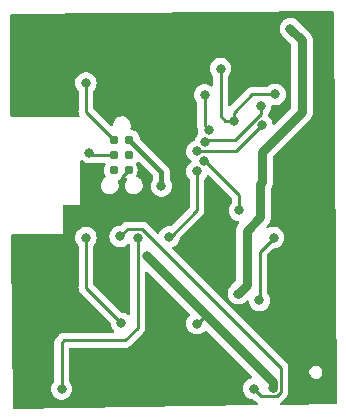
<source format=gbr>
%TF.GenerationSoftware,KiCad,Pcbnew,7.0.6-0*%
%TF.CreationDate,2023-08-07T16:34:56-06:00*%
%TF.ProjectId,VibeLight,56696265-4c69-4676-9874-2e6b69636164,rev?*%
%TF.SameCoordinates,Original*%
%TF.FileFunction,Copper,L2,Bot*%
%TF.FilePolarity,Positive*%
%FSLAX46Y46*%
G04 Gerber Fmt 4.6, Leading zero omitted, Abs format (unit mm)*
G04 Created by KiCad (PCBNEW 7.0.6-0) date 2023-08-07 16:34:56*
%MOMM*%
%LPD*%
G01*
G04 APERTURE LIST*
%TA.AperFunction,ConnectorPad*%
%ADD10C,0.787400*%
%TD*%
%TA.AperFunction,ViaPad*%
%ADD11C,0.800000*%
%TD*%
%TA.AperFunction,Conductor*%
%ADD12C,0.250000*%
%TD*%
%TA.AperFunction,Conductor*%
%ADD13C,0.800000*%
%TD*%
%TA.AperFunction,Conductor*%
%ADD14C,0.400000*%
%TD*%
G04 APERTURE END LIST*
D10*
%TO.P,J1,1,VCC*%
%TO.N,+3V3*%
X28185000Y-30255000D03*
%TO.P,J1,2,SWDIO*%
%TO.N,/MCU/SWDIO*%
X26915000Y-30255000D03*
%TO.P,J1,3,~{RESET}*%
%TO.N,unconnected-(J1-~{RESET}-Pad3)*%
X28185000Y-31525000D03*
%TO.P,J1,4,SWCLK*%
%TO.N,/MCU/SWCLK*%
X26915000Y-31525000D03*
%TO.P,J1,5,GND*%
%TO.N,GND*%
X28185000Y-32795000D03*
%TO.P,J1,6,SWO*%
%TO.N,unconnected-(J1-SWO-Pad6)*%
X26915000Y-32795000D03*
%TD*%
D11*
%TO.N,/Audio Input/FIL*%
X33900000Y-32900000D03*
X31550000Y-38437701D03*
%TO.N,GND*%
X38850000Y-45750000D03*
X21000000Y-20400000D03*
X26600000Y-20500000D03*
X33123045Y-25641866D03*
X23100000Y-38500000D03*
X42400000Y-41600000D03*
X27450000Y-50750000D03*
X24725000Y-33200000D03*
X30450000Y-29050000D03*
X40625000Y-35000000D03*
X31000000Y-46350000D03*
X36300000Y-41800000D03*
X20050000Y-42700000D03*
X27575000Y-35300000D03*
X34700000Y-22000000D03*
X35000000Y-40550000D03*
X34500000Y-51550000D03*
X19300000Y-24350000D03*
X44225000Y-30100000D03*
X39300000Y-23500000D03*
X44350000Y-23100000D03*
X29950000Y-35250000D03*
X43850000Y-48275000D03*
%TO.N,/Audio Input/RAW*%
X34500000Y-32000000D03*
X37500000Y-36200000D03*
%TO.N,+3V3*%
X39400000Y-33800000D03*
X41812500Y-20800000D03*
X40300000Y-51200000D03*
X29700000Y-40100000D03*
X37400000Y-43250000D03*
X33900000Y-45800000D03*
X30900000Y-34150000D03*
%TO.N,/SDA*%
X34900000Y-29400000D03*
X34550000Y-26424500D03*
%TO.N,/MCU/ACC_INT1*%
X34600000Y-30400000D03*
X39300000Y-27400000D03*
%TO.N,/MCU/ACC_INT2*%
X33900000Y-31200000D03*
X39400000Y-29000000D03*
%TO.N,/SCL*%
X40525000Y-26375000D03*
X37000000Y-28600000D03*
X35900000Y-24200000D03*
%TO.N,/MCU/Intensity_Dial*%
X38700000Y-51300000D03*
X27400000Y-38400000D03*
%TO.N,/CNTRL*%
X24500000Y-38500000D03*
X27500000Y-45749500D03*
%TO.N,Net-(OP-AMP1-+)*%
X40400000Y-38500000D03*
X39187500Y-43825000D03*
%TO.N,/MCU/SWDIO*%
X24500000Y-25400000D03*
%TO.N,Net-(MCU1-SIO_31{slash}AIN7)*%
X28900000Y-38500000D03*
X22450000Y-51325000D03*
%TO.N,/MCU/SWCLK*%
X24800000Y-31300000D03*
%TD*%
D12*
%TO.N,/SCL*%
X40525000Y-26375000D02*
X38575000Y-26375000D01*
X38575000Y-26375000D02*
X37000000Y-27950000D01*
X37000000Y-27950000D02*
X37000000Y-28600000D01*
%TO.N,Net-(MCU1-SIO_31{slash}AIN7)*%
X22450000Y-51325000D02*
X22450000Y-47400000D01*
X22450000Y-47400000D02*
X22650000Y-47200000D01*
X27825000Y-47200000D02*
X28900000Y-46125000D01*
X22650000Y-47200000D02*
X27825000Y-47200000D01*
X28900000Y-46125000D02*
X28900000Y-38500000D01*
%TO.N,/Audio Input/FIL*%
X33900000Y-36200000D02*
X33900000Y-32900000D01*
X31550000Y-38437701D02*
X31662299Y-38437701D01*
X31662299Y-38437701D02*
X33900000Y-36200000D01*
D13*
%TO.N,+3V3*%
X37400000Y-43250000D02*
X38100000Y-42550000D01*
X38100000Y-42550000D02*
X38100000Y-37950000D01*
X38100000Y-37950000D02*
X39250000Y-36800000D01*
X39250000Y-33950000D02*
X39400000Y-33800000D01*
X39250000Y-36800000D02*
X39250000Y-33950000D01*
X41812500Y-20800000D02*
X42800000Y-21787500D01*
X42800000Y-21787500D02*
X42800000Y-27875000D01*
X39425000Y-31250000D02*
X39425000Y-33775000D01*
X42800000Y-27875000D02*
X39425000Y-31250000D01*
X39425000Y-33775000D02*
X39400000Y-33800000D01*
D12*
%TO.N,GND*%
X28185000Y-32795000D02*
X27575000Y-33405000D01*
X36300000Y-41800000D02*
X35050000Y-40550000D01*
X27575000Y-33405000D02*
X27575000Y-35300000D01*
X35050000Y-40550000D02*
X35000000Y-40550000D01*
%TO.N,/Audio Input/RAW*%
X37500000Y-34900000D02*
X37500000Y-36200000D01*
X34600000Y-32000000D02*
X37500000Y-34900000D01*
X34500000Y-32000000D02*
X34600000Y-32000000D01*
%TO.N,+3V3*%
X33900000Y-45800000D02*
X34650000Y-45050000D01*
D13*
X29700000Y-40100000D02*
X34650000Y-45050000D01*
D14*
X30900000Y-32970000D02*
X28185000Y-30255000D01*
D13*
X34650000Y-45050000D02*
X40300000Y-50700000D01*
D14*
X30900000Y-34150000D02*
X30900000Y-32970000D01*
D13*
X40300000Y-50700000D02*
X40300000Y-51200000D01*
D12*
%TO.N,/SDA*%
X34550000Y-29050000D02*
X34900000Y-29400000D01*
X34550000Y-26424500D02*
X34550000Y-29050000D01*
%TO.N,/MCU/ACC_INT1*%
X39300000Y-28027625D02*
X37126858Y-30200767D01*
X39300000Y-27400000D02*
X39300000Y-28027625D01*
X37126858Y-30200767D02*
X34799233Y-30200767D01*
X34799233Y-30200767D02*
X34600000Y-30400000D01*
%TO.N,/MCU/ACC_INT2*%
X39400000Y-29000000D02*
X37200000Y-31200000D01*
X37200000Y-31200000D02*
X33900000Y-31200000D01*
%TO.N,/SCL*%
X36300000Y-28600000D02*
X37000000Y-28600000D01*
X35900000Y-28100000D02*
X35900000Y-28200000D01*
X35900000Y-24200000D02*
X35900000Y-28100000D01*
X35900000Y-28200000D02*
X36300000Y-28600000D01*
%TO.N,/MCU/Intensity_Dial*%
X27400000Y-38400000D02*
X28025000Y-37775000D01*
X29275000Y-37775000D02*
X41025000Y-49525000D01*
X39325000Y-51925000D02*
X38700000Y-51300000D01*
X40650000Y-51925000D02*
X39325000Y-51925000D01*
X41025000Y-49525000D02*
X41025000Y-51550000D01*
X41025000Y-51550000D02*
X40650000Y-51925000D01*
X28025000Y-37775000D02*
X29275000Y-37775000D01*
%TO.N,/CNTRL*%
X27500000Y-45749500D02*
X24500000Y-42749500D01*
X24500000Y-42749500D02*
X24500000Y-38500000D01*
%TO.N,Net-(OP-AMP1-+)*%
X39200000Y-39700000D02*
X40400000Y-38500000D01*
X39187500Y-43825000D02*
X39200000Y-43812500D01*
X39200000Y-43812500D02*
X39200000Y-39700000D01*
%TO.N,/MCU/SWDIO*%
X26915000Y-30255000D02*
X24500000Y-27840000D01*
X24500000Y-27840000D02*
X24500000Y-25400000D01*
%TO.N,/MCU/SWCLK*%
X25025000Y-31525000D02*
X24800000Y-31300000D01*
X26915000Y-31525000D02*
X25025000Y-31525000D01*
%TD*%
%TA.AperFunction,Conductor*%
%TO.N,GND*%
G36*
X45442927Y-19345257D02*
G01*
X45489209Y-19397600D01*
X45500933Y-19449307D01*
X45749074Y-52476763D01*
X45729893Y-52543949D01*
X45677434Y-52590099D01*
X45626771Y-52601683D01*
X41084587Y-52663735D01*
X41017285Y-52644968D01*
X40970813Y-52592794D01*
X40959926Y-52523778D01*
X40988080Y-52459832D01*
X41019772Y-52433014D01*
X41036420Y-52423170D01*
X41050586Y-52409003D01*
X41065381Y-52396368D01*
X41081584Y-52384596D01*
X41081583Y-52384596D01*
X41081587Y-52384594D01*
X41111299Y-52348676D01*
X41115211Y-52344378D01*
X41408785Y-52050803D01*
X41421041Y-52040987D01*
X41420858Y-52040765D01*
X41426875Y-52035787D01*
X41426874Y-52035787D01*
X41426877Y-52035786D01*
X41451251Y-52009829D01*
X41474227Y-51985364D01*
X41484671Y-51974918D01*
X41495120Y-51964471D01*
X41499379Y-51958978D01*
X41503152Y-51954561D01*
X41535062Y-51920582D01*
X41544713Y-51903024D01*
X41555396Y-51886761D01*
X41567673Y-51870936D01*
X41586185Y-51828153D01*
X41588738Y-51822941D01*
X41611197Y-51782092D01*
X41616180Y-51762680D01*
X41622481Y-51744280D01*
X41630437Y-51725896D01*
X41637729Y-51679852D01*
X41638906Y-51674171D01*
X41650500Y-51629019D01*
X41650500Y-51608982D01*
X41652027Y-51589582D01*
X41655160Y-51569804D01*
X41650775Y-51523415D01*
X41650500Y-51517577D01*
X41650500Y-49941103D01*
X43417438Y-49941103D01*
X43448224Y-50089260D01*
X43448226Y-50089265D01*
X43448227Y-50089267D01*
X43517848Y-50223629D01*
X43517850Y-50223631D01*
X43517851Y-50223633D01*
X43621137Y-50334225D01*
X43621139Y-50334226D01*
X43750437Y-50412854D01*
X43896154Y-50453682D01*
X43896155Y-50453682D01*
X44009478Y-50453682D01*
X44037542Y-50449824D01*
X44121739Y-50438252D01*
X44231673Y-50390500D01*
X44260535Y-50377964D01*
X44260535Y-50377963D01*
X44260539Y-50377962D01*
X44377927Y-50282460D01*
X44465196Y-50158829D01*
X44472074Y-50139475D01*
X44515872Y-50016242D01*
X44515872Y-50016240D01*
X44515873Y-50016238D01*
X44526200Y-49865261D01*
X44510587Y-49790126D01*
X44495413Y-49717103D01*
X44495411Y-49717100D01*
X44495411Y-49717097D01*
X44425790Y-49582735D01*
X44425786Y-49582731D01*
X44425786Y-49582730D01*
X44322500Y-49472138D01*
X44215624Y-49407146D01*
X44193201Y-49393510D01*
X44047484Y-49352682D01*
X43934161Y-49352682D01*
X43934160Y-49352682D01*
X43821901Y-49368111D01*
X43821898Y-49368112D01*
X43683102Y-49428399D01*
X43565708Y-49523906D01*
X43478442Y-49647534D01*
X43478440Y-49647537D01*
X43427765Y-49790121D01*
X43427765Y-49790124D01*
X43417438Y-49941100D01*
X43417438Y-49941103D01*
X41650500Y-49941103D01*
X41650500Y-49607737D01*
X41652224Y-49592123D01*
X41651938Y-49592096D01*
X41652672Y-49584333D01*
X41650500Y-49515202D01*
X41650500Y-49485651D01*
X41650500Y-49485650D01*
X41649629Y-49478759D01*
X41649172Y-49472945D01*
X41647709Y-49426374D01*
X41647709Y-49426372D01*
X41642120Y-49407137D01*
X41638174Y-49388084D01*
X41635664Y-49368208D01*
X41618501Y-49324859D01*
X41616614Y-49319346D01*
X41603617Y-49274610D01*
X41603616Y-49274608D01*
X41593421Y-49257369D01*
X41584860Y-49239893D01*
X41577486Y-49221269D01*
X41577486Y-49221267D01*
X41567474Y-49207488D01*
X41550083Y-49183550D01*
X41546900Y-49178705D01*
X41523170Y-49138579D01*
X41523165Y-49138573D01*
X41509005Y-49124413D01*
X41496370Y-49109620D01*
X41484593Y-49093412D01*
X41448693Y-49063713D01*
X41444381Y-49059790D01*
X31856103Y-39471512D01*
X31822618Y-39410189D01*
X31827602Y-39340497D01*
X31869474Y-39284564D01*
X31893340Y-39270555D01*
X32002730Y-39221852D01*
X32155871Y-39110589D01*
X32282533Y-38969917D01*
X32377179Y-38805985D01*
X32435674Y-38625957D01*
X32440132Y-38583535D01*
X32466714Y-38518924D01*
X32475762Y-38508827D01*
X34283788Y-36700801D01*
X34296042Y-36690986D01*
X34295859Y-36690764D01*
X34301866Y-36685792D01*
X34301877Y-36685786D01*
X34332775Y-36652882D01*
X34349227Y-36635364D01*
X34359671Y-36624918D01*
X34370120Y-36614471D01*
X34374379Y-36608978D01*
X34378152Y-36604561D01*
X34410062Y-36570582D01*
X34419713Y-36553024D01*
X34430396Y-36536761D01*
X34442673Y-36520936D01*
X34461185Y-36478153D01*
X34463738Y-36472941D01*
X34486197Y-36432092D01*
X34491180Y-36412680D01*
X34497481Y-36394280D01*
X34505437Y-36375896D01*
X34512729Y-36329852D01*
X34513906Y-36324171D01*
X34525500Y-36279019D01*
X34525500Y-36258982D01*
X34527027Y-36239582D01*
X34530160Y-36219804D01*
X34525775Y-36173415D01*
X34525500Y-36167577D01*
X34525500Y-33598687D01*
X34545185Y-33531648D01*
X34557350Y-33515715D01*
X34583392Y-33486792D01*
X34632533Y-33432216D01*
X34727179Y-33268284D01*
X34727552Y-33267134D01*
X34727948Y-33266554D01*
X34729825Y-33262341D01*
X34730594Y-33262683D01*
X34766979Y-33209457D01*
X34831334Y-33182249D01*
X34900182Y-33194153D01*
X34933168Y-33217758D01*
X36838181Y-35122771D01*
X36871666Y-35184094D01*
X36874500Y-35210452D01*
X36874500Y-35501312D01*
X36854815Y-35568351D01*
X36842650Y-35584284D01*
X36767466Y-35667784D01*
X36672821Y-35831715D01*
X36672818Y-35831722D01*
X36632248Y-35956585D01*
X36614326Y-36011744D01*
X36594540Y-36200000D01*
X36614326Y-36388256D01*
X36614327Y-36388259D01*
X36672818Y-36568277D01*
X36672821Y-36568284D01*
X36767467Y-36732216D01*
X36890686Y-36869064D01*
X36894129Y-36872888D01*
X37047265Y-36984148D01*
X37047270Y-36984151D01*
X37220192Y-37061142D01*
X37220193Y-37061142D01*
X37220197Y-37061144D01*
X37403263Y-37100055D01*
X37464744Y-37133247D01*
X37498521Y-37194410D01*
X37493869Y-37264124D01*
X37469633Y-37304316D01*
X37459648Y-37315406D01*
X37447650Y-37328730D01*
X37445435Y-37331064D01*
X37429891Y-37346609D01*
X37429875Y-37346627D01*
X37416039Y-37363710D01*
X37413936Y-37366172D01*
X37367469Y-37417781D01*
X37367466Y-37417785D01*
X37360458Y-37429923D01*
X37349444Y-37445948D01*
X37340626Y-37456837D01*
X37340616Y-37456853D01*
X37309082Y-37518740D01*
X37307533Y-37521592D01*
X37272821Y-37581713D01*
X37268487Y-37595053D01*
X37261045Y-37613018D01*
X37254680Y-37625512D01*
X37236706Y-37692584D01*
X37235785Y-37695692D01*
X37214326Y-37761742D01*
X37214325Y-37761745D01*
X37212860Y-37775686D01*
X37209315Y-37794812D01*
X37205686Y-37808352D01*
X37202051Y-37877710D01*
X37201797Y-37880941D01*
X37199500Y-37902810D01*
X37199500Y-37924797D01*
X37199415Y-37928042D01*
X37195781Y-37997387D01*
X37197973Y-38011225D01*
X37199500Y-38030626D01*
X37199500Y-42125638D01*
X37179815Y-42192677D01*
X37163181Y-42213319D01*
X36820263Y-42556236D01*
X36805474Y-42568869D01*
X36794126Y-42577114D01*
X36747666Y-42628713D01*
X36745435Y-42631065D01*
X36729890Y-42646610D01*
X36729875Y-42646627D01*
X36716039Y-42663710D01*
X36713936Y-42666172D01*
X36667469Y-42717781D01*
X36667466Y-42717785D01*
X36660458Y-42729923D01*
X36649444Y-42745948D01*
X36640626Y-42756837D01*
X36640616Y-42756853D01*
X36609082Y-42818740D01*
X36607533Y-42821592D01*
X36572821Y-42881713D01*
X36568487Y-42895053D01*
X36561045Y-42913020D01*
X36554680Y-42925512D01*
X36536706Y-42992584D01*
X36535785Y-42995692D01*
X36514326Y-43061742D01*
X36514325Y-43061745D01*
X36512860Y-43075686D01*
X36509315Y-43094812D01*
X36505686Y-43108352D01*
X36502052Y-43177704D01*
X36501798Y-43180927D01*
X36498661Y-43210788D01*
X36494540Y-43250001D01*
X36494540Y-43250002D01*
X36496005Y-43263945D01*
X36496514Y-43283389D01*
X36495780Y-43297386D01*
X36495780Y-43297387D01*
X36506641Y-43365969D01*
X36507065Y-43369185D01*
X36514325Y-43438249D01*
X36514326Y-43438255D01*
X36518661Y-43451599D01*
X36523199Y-43470504D01*
X36525392Y-43484348D01*
X36525394Y-43484354D01*
X36550272Y-43549163D01*
X36551355Y-43552222D01*
X36572820Y-43618283D01*
X36579827Y-43630418D01*
X36588206Y-43647985D01*
X36593227Y-43661067D01*
X36631048Y-43719307D01*
X36632743Y-43722074D01*
X36667467Y-43782216D01*
X36667469Y-43782218D01*
X36667470Y-43782220D01*
X36676848Y-43792635D01*
X36688697Y-43808077D01*
X36696326Y-43819826D01*
X36745422Y-43868921D01*
X36747657Y-43871276D01*
X36794129Y-43922888D01*
X36805468Y-43931126D01*
X36820265Y-43943764D01*
X36830176Y-43953675D01*
X36888415Y-43991496D01*
X36891074Y-43993322D01*
X36947270Y-44034151D01*
X36959418Y-44039559D01*
X36960073Y-44039851D01*
X36977174Y-44049137D01*
X36988925Y-44056768D01*
X36988930Y-44056771D01*
X37003582Y-44062395D01*
X37053759Y-44081656D01*
X37056742Y-44082891D01*
X37120197Y-44111144D01*
X37133918Y-44114060D01*
X37152564Y-44119583D01*
X37165650Y-44124607D01*
X37234258Y-44135472D01*
X37237391Y-44136053D01*
X37305354Y-44150500D01*
X37319373Y-44150500D01*
X37338772Y-44152027D01*
X37352612Y-44154219D01*
X37421959Y-44150584D01*
X37425203Y-44150500D01*
X37494643Y-44150500D01*
X37494646Y-44150500D01*
X37508359Y-44147584D01*
X37527647Y-44145046D01*
X37541646Y-44144313D01*
X37608754Y-44126330D01*
X37611862Y-44125584D01*
X37679803Y-44111144D01*
X37692604Y-44105443D01*
X37710954Y-44098946D01*
X37710964Y-44098943D01*
X37724488Y-44095320D01*
X37786386Y-44063780D01*
X37789292Y-44062395D01*
X37790686Y-44061774D01*
X37852730Y-44034151D01*
X37864059Y-44025918D01*
X37880656Y-44015747D01*
X37893149Y-44009383D01*
X37947134Y-43965664D01*
X37949678Y-43963712D01*
X38005871Y-43922888D01*
X38052357Y-43871258D01*
X38054558Y-43868939D01*
X38080758Y-43842739D01*
X38142079Y-43809256D01*
X38211771Y-43814240D01*
X38267704Y-43856112D01*
X38291757Y-43917458D01*
X38301826Y-44013256D01*
X38301827Y-44013259D01*
X38360318Y-44193277D01*
X38360321Y-44193284D01*
X38454967Y-44357216D01*
X38581629Y-44497888D01*
X38734765Y-44609148D01*
X38734770Y-44609151D01*
X38907692Y-44686142D01*
X38907697Y-44686144D01*
X39092854Y-44725500D01*
X39092855Y-44725500D01*
X39282144Y-44725500D01*
X39282146Y-44725500D01*
X39467303Y-44686144D01*
X39640230Y-44609151D01*
X39793371Y-44497888D01*
X39920033Y-44357216D01*
X40014679Y-44193284D01*
X40073174Y-44013256D01*
X40092960Y-43825000D01*
X40073174Y-43636744D01*
X40014679Y-43456716D01*
X39920033Y-43292784D01*
X39857350Y-43223167D01*
X39827120Y-43160175D01*
X39825500Y-43140195D01*
X39825500Y-40010452D01*
X39845185Y-39943413D01*
X39861819Y-39922771D01*
X40347772Y-39436819D01*
X40409095Y-39403334D01*
X40435453Y-39400500D01*
X40494644Y-39400500D01*
X40494646Y-39400500D01*
X40679803Y-39361144D01*
X40852730Y-39284151D01*
X41005871Y-39172888D01*
X41132533Y-39032216D01*
X41227179Y-38868284D01*
X41285674Y-38688256D01*
X41305460Y-38500000D01*
X41285674Y-38311744D01*
X41227179Y-38131716D01*
X41132533Y-37967784D01*
X41005871Y-37827112D01*
X40961414Y-37794812D01*
X40852734Y-37715851D01*
X40852729Y-37715848D01*
X40679807Y-37638857D01*
X40679802Y-37638855D01*
X40517355Y-37604327D01*
X40494646Y-37599500D01*
X40305354Y-37599500D01*
X40282645Y-37604327D01*
X40120197Y-37638855D01*
X40120192Y-37638857D01*
X39946291Y-37716284D01*
X39877041Y-37725569D01*
X39813764Y-37695941D01*
X39776551Y-37636806D01*
X39777216Y-37566940D01*
X39808172Y-37515326D01*
X39829742Y-37493756D01*
X39844525Y-37481130D01*
X39855871Y-37472888D01*
X39902339Y-37421278D01*
X39904540Y-37418958D01*
X39920120Y-37403380D01*
X39933975Y-37386268D01*
X39936054Y-37383834D01*
X39982533Y-37332216D01*
X39989537Y-37320083D01*
X40000563Y-37304041D01*
X40009383Y-37293149D01*
X40017554Y-37277112D01*
X40040919Y-37231254D01*
X40042452Y-37228432D01*
X40045869Y-37222514D01*
X40077179Y-37168284D01*
X40081510Y-37154951D01*
X40088955Y-37136976D01*
X40095320Y-37124487D01*
X40113298Y-37057390D01*
X40114213Y-37054304D01*
X40135674Y-36988255D01*
X40137139Y-36974317D01*
X40140687Y-36955175D01*
X40144313Y-36941645D01*
X40147947Y-36872281D01*
X40148201Y-36869064D01*
X40150499Y-36847199D01*
X40150500Y-36847191D01*
X40150500Y-36825201D01*
X40150585Y-36821956D01*
X40154219Y-36752612D01*
X40152027Y-36738772D01*
X40150500Y-36719373D01*
X40150500Y-34353900D01*
X40170185Y-34286861D01*
X40178136Y-34275862D01*
X40184383Y-34268149D01*
X40215934Y-34206222D01*
X40217425Y-34203476D01*
X40252179Y-34143284D01*
X40256509Y-34129956D01*
X40263960Y-34111969D01*
X40270319Y-34099490D01*
X40270320Y-34099488D01*
X40288297Y-34032390D01*
X40289201Y-34029337D01*
X40310674Y-33963256D01*
X40312139Y-33949307D01*
X40315684Y-33930183D01*
X40319312Y-33916646D01*
X40322947Y-33847284D01*
X40323200Y-33844071D01*
X40325500Y-33822192D01*
X40325500Y-33800196D01*
X40325585Y-33796950D01*
X40326383Y-33781716D01*
X40329219Y-33727612D01*
X40327027Y-33713772D01*
X40325500Y-33694373D01*
X40325500Y-31674361D01*
X40345185Y-31607322D01*
X40361819Y-31586680D01*
X41839454Y-30109045D01*
X43379742Y-28568756D01*
X43394525Y-28556130D01*
X43405871Y-28547888D01*
X43452339Y-28496278D01*
X43454540Y-28493958D01*
X43470120Y-28478380D01*
X43483975Y-28461268D01*
X43486054Y-28458834D01*
X43532533Y-28407216D01*
X43539537Y-28395083D01*
X43550563Y-28379041D01*
X43559382Y-28368150D01*
X43564732Y-28357651D01*
X43590919Y-28306252D01*
X43592442Y-28303447D01*
X43627179Y-28243284D01*
X43631509Y-28229956D01*
X43638960Y-28211969D01*
X43645319Y-28199489D01*
X43645320Y-28199488D01*
X43663296Y-28132397D01*
X43664214Y-28129301D01*
X43665578Y-28125103D01*
X43685674Y-28063256D01*
X43687138Y-28049317D01*
X43690687Y-28030175D01*
X43692816Y-28022231D01*
X43694313Y-28016645D01*
X43697947Y-27947281D01*
X43698201Y-27944064D01*
X43699446Y-27932216D01*
X43700500Y-27922192D01*
X43700500Y-27900201D01*
X43700585Y-27896956D01*
X43701507Y-27879360D01*
X43704219Y-27827612D01*
X43702027Y-27813772D01*
X43700500Y-27794373D01*
X43700500Y-21868126D01*
X43702027Y-21848725D01*
X43704219Y-21834888D01*
X43700584Y-21765540D01*
X43700500Y-21762297D01*
X43700500Y-21740309D01*
X43700499Y-21740300D01*
X43698201Y-21718436D01*
X43697947Y-21715220D01*
X43694313Y-21645855D01*
X43690685Y-21632314D01*
X43687139Y-21613188D01*
X43685674Y-21599244D01*
X43664209Y-21533182D01*
X43663296Y-21530101D01*
X43645320Y-21463012D01*
X43638956Y-21450522D01*
X43631511Y-21432550D01*
X43627179Y-21419216D01*
X43592453Y-21359069D01*
X43590903Y-21356214D01*
X43559383Y-21294351D01*
X43550557Y-21283452D01*
X43539540Y-21267420D01*
X43537065Y-21263133D01*
X43532533Y-21255284D01*
X43506514Y-21226387D01*
X43486058Y-21203668D01*
X43483964Y-21201216D01*
X43470120Y-21184120D01*
X43454568Y-21168568D01*
X43452348Y-21166230D01*
X43405871Y-21114612D01*
X43405869Y-21114610D01*
X43394529Y-21106371D01*
X43379736Y-21093736D01*
X42467076Y-20181077D01*
X42464856Y-20178739D01*
X42418371Y-20127112D01*
X42389647Y-20106243D01*
X42362198Y-20086300D01*
X42359622Y-20084324D01*
X42326644Y-20057619D01*
X42305649Y-20040617D01*
X42305014Y-20040293D01*
X42293152Y-20034249D01*
X42276568Y-20024086D01*
X42265229Y-20015848D01*
X42201806Y-19987610D01*
X42198877Y-19986213D01*
X42136987Y-19954679D01*
X42123450Y-19951052D01*
X42105105Y-19944556D01*
X42092303Y-19938855D01*
X42024381Y-19924418D01*
X42021226Y-19923660D01*
X41954145Y-19905686D01*
X41954147Y-19905686D01*
X41940138Y-19904952D01*
X41920857Y-19902413D01*
X41907150Y-19899500D01*
X41907146Y-19899500D01*
X41837703Y-19899500D01*
X41834459Y-19899415D01*
X41765112Y-19895781D01*
X41765111Y-19895781D01*
X41751272Y-19897973D01*
X41731873Y-19899500D01*
X41717854Y-19899500D01*
X41653209Y-19913240D01*
X41649922Y-19913939D01*
X41646731Y-19914530D01*
X41578158Y-19925391D01*
X41578145Y-19925394D01*
X41565056Y-19930418D01*
X41546418Y-19935938D01*
X41532702Y-19938854D01*
X41532694Y-19938856D01*
X41469253Y-19967102D01*
X41466255Y-19968344D01*
X41401432Y-19993228D01*
X41401426Y-19993231D01*
X41389672Y-20000864D01*
X41372585Y-20010142D01*
X41359774Y-20015846D01*
X41359766Y-20015851D01*
X41303582Y-20056670D01*
X41300909Y-20058507D01*
X41242677Y-20096323D01*
X41242676Y-20096323D01*
X41232756Y-20106243D01*
X41217972Y-20118870D01*
X41206629Y-20127111D01*
X41206626Y-20127114D01*
X41160157Y-20178722D01*
X41157924Y-20181076D01*
X41108823Y-20230178D01*
X41101187Y-20241936D01*
X41089350Y-20257361D01*
X41079973Y-20267775D01*
X41079965Y-20267786D01*
X41045246Y-20327920D01*
X41043551Y-20330685D01*
X41005728Y-20388929D01*
X41005728Y-20388930D01*
X41000704Y-20402018D01*
X40992332Y-20419571D01*
X40985319Y-20431717D01*
X40963853Y-20497783D01*
X40962770Y-20500842D01*
X40937894Y-20565645D01*
X40937892Y-20565650D01*
X40935699Y-20579496D01*
X40931160Y-20598402D01*
X40926825Y-20611743D01*
X40919565Y-20680816D01*
X40919141Y-20684033D01*
X40908281Y-20752611D01*
X40909014Y-20766610D01*
X40908505Y-20786053D01*
X40907040Y-20799996D01*
X40907040Y-20799999D01*
X40914297Y-20869059D01*
X40914552Y-20872294D01*
X40918186Y-20941643D01*
X40918188Y-20941653D01*
X40921815Y-20955189D01*
X40925360Y-20974314D01*
X40926825Y-20988249D01*
X40926826Y-20988256D01*
X40926828Y-20988262D01*
X40948284Y-21054298D01*
X40949205Y-21057409D01*
X40967179Y-21124486D01*
X40967184Y-21124498D01*
X40973543Y-21136978D01*
X40980988Y-21154949D01*
X40985320Y-21168282D01*
X41020037Y-21228414D01*
X41021585Y-21231266D01*
X41033824Y-21255285D01*
X41053117Y-21293149D01*
X41053119Y-21293151D01*
X41053120Y-21293153D01*
X41061938Y-21304043D01*
X41072954Y-21320070D01*
X41079965Y-21332213D01*
X41079970Y-21332220D01*
X41126439Y-21383831D01*
X41128543Y-21386295D01*
X41142382Y-21403382D01*
X41157923Y-21418922D01*
X41160157Y-21421277D01*
X41206628Y-21472887D01*
X41217968Y-21481126D01*
X41232765Y-21493764D01*
X41863181Y-22124180D01*
X41896666Y-22185503D01*
X41899500Y-22211861D01*
X41899500Y-27450638D01*
X41879815Y-27517677D01*
X41863181Y-27538319D01*
X40498421Y-28903078D01*
X40437098Y-28936563D01*
X40367406Y-28931579D01*
X40311473Y-28889707D01*
X40287420Y-28828359D01*
X40285674Y-28811744D01*
X40227179Y-28631716D01*
X40132533Y-28467784D01*
X40005871Y-28327112D01*
X39987811Y-28313991D01*
X39959722Y-28293583D01*
X39917056Y-28238254D01*
X39910133Y-28173873D01*
X39912728Y-28157490D01*
X39913908Y-28151789D01*
X39925500Y-28106644D01*
X39925500Y-28098687D01*
X39945185Y-28031648D01*
X39957350Y-28015715D01*
X39975507Y-27995548D01*
X40032533Y-27932216D01*
X40127179Y-27768284D01*
X40185674Y-27588256D01*
X40205460Y-27400000D01*
X40204776Y-27393494D01*
X40217345Y-27324766D01*
X40265077Y-27273742D01*
X40332818Y-27256624D01*
X40353870Y-27259243D01*
X40430354Y-27275500D01*
X40430355Y-27275500D01*
X40619644Y-27275500D01*
X40619646Y-27275500D01*
X40804803Y-27236144D01*
X40977730Y-27159151D01*
X41130871Y-27047888D01*
X41257533Y-26907216D01*
X41352179Y-26743284D01*
X41410674Y-26563256D01*
X41430460Y-26375000D01*
X41410674Y-26186744D01*
X41352179Y-26006716D01*
X41257533Y-25842784D01*
X41130871Y-25702112D01*
X41130870Y-25702111D01*
X40977734Y-25590851D01*
X40977729Y-25590848D01*
X40804807Y-25513857D01*
X40804802Y-25513855D01*
X40659001Y-25482865D01*
X40619646Y-25474500D01*
X40430354Y-25474500D01*
X40397897Y-25481398D01*
X40245197Y-25513855D01*
X40245192Y-25513857D01*
X40072270Y-25590848D01*
X40072265Y-25590851D01*
X39919130Y-25702110D01*
X39919126Y-25702114D01*
X39913400Y-25708474D01*
X39853913Y-25745121D01*
X39821252Y-25749500D01*
X38657737Y-25749500D01*
X38642120Y-25747776D01*
X38642093Y-25748062D01*
X38634331Y-25747327D01*
X38565203Y-25749500D01*
X38535650Y-25749500D01*
X38534929Y-25749590D01*
X38528757Y-25750369D01*
X38522945Y-25750826D01*
X38476372Y-25752290D01*
X38476369Y-25752291D01*
X38457126Y-25757881D01*
X38438083Y-25761825D01*
X38418204Y-25764336D01*
X38418203Y-25764337D01*
X38374878Y-25781490D01*
X38369352Y-25783382D01*
X38324608Y-25796383D01*
X38324604Y-25796385D01*
X38307365Y-25806580D01*
X38289898Y-25815137D01*
X38271269Y-25822512D01*
X38271267Y-25822513D01*
X38233564Y-25849906D01*
X38228682Y-25853112D01*
X38188580Y-25876828D01*
X38174408Y-25891000D01*
X38159623Y-25903628D01*
X38143412Y-25915407D01*
X38113709Y-25951310D01*
X38109777Y-25955631D01*
X36737181Y-27328227D01*
X36675858Y-27361712D01*
X36606166Y-27356728D01*
X36550233Y-27314856D01*
X36525816Y-27249392D01*
X36525500Y-27240546D01*
X36525500Y-24898687D01*
X36545185Y-24831648D01*
X36557350Y-24815715D01*
X36575891Y-24795122D01*
X36632533Y-24732216D01*
X36727179Y-24568284D01*
X36785674Y-24388256D01*
X36805460Y-24200000D01*
X36785674Y-24011744D01*
X36727179Y-23831716D01*
X36632533Y-23667784D01*
X36505871Y-23527112D01*
X36505870Y-23527111D01*
X36352734Y-23415851D01*
X36352729Y-23415848D01*
X36179807Y-23338857D01*
X36179802Y-23338855D01*
X36034000Y-23307865D01*
X35994646Y-23299500D01*
X35805354Y-23299500D01*
X35772897Y-23306398D01*
X35620197Y-23338855D01*
X35620192Y-23338857D01*
X35447270Y-23415848D01*
X35447265Y-23415851D01*
X35294129Y-23527111D01*
X35167466Y-23667785D01*
X35072821Y-23831715D01*
X35072818Y-23831722D01*
X35014327Y-24011740D01*
X35014326Y-24011744D01*
X34994540Y-24200000D01*
X35014326Y-24388256D01*
X35014327Y-24388259D01*
X35072818Y-24568277D01*
X35072821Y-24568284D01*
X35167467Y-24732216D01*
X35210772Y-24780310D01*
X35242650Y-24815715D01*
X35272880Y-24878706D01*
X35274500Y-24898687D01*
X35274500Y-25594437D01*
X35254815Y-25661476D01*
X35202011Y-25707231D01*
X35132853Y-25717175D01*
X35077615Y-25694755D01*
X35002734Y-25640351D01*
X35002729Y-25640348D01*
X34829807Y-25563357D01*
X34829802Y-25563355D01*
X34684000Y-25532365D01*
X34644646Y-25524000D01*
X34455354Y-25524000D01*
X34422897Y-25530898D01*
X34270197Y-25563355D01*
X34270192Y-25563357D01*
X34097270Y-25640348D01*
X34097265Y-25640351D01*
X33944129Y-25751611D01*
X33817466Y-25892285D01*
X33722821Y-26056215D01*
X33722818Y-26056222D01*
X33664327Y-26236240D01*
X33664326Y-26236244D01*
X33644540Y-26424500D01*
X33664326Y-26612756D01*
X33664327Y-26612759D01*
X33722818Y-26792777D01*
X33722821Y-26792784D01*
X33817467Y-26956716D01*
X33825500Y-26965637D01*
X33892650Y-27040215D01*
X33922880Y-27103206D01*
X33924500Y-27123187D01*
X33924500Y-28967255D01*
X33922775Y-28982872D01*
X33923061Y-28982899D01*
X33922326Y-28990665D01*
X33924500Y-29059814D01*
X33924500Y-29089343D01*
X33924501Y-29089360D01*
X33925368Y-29096231D01*
X33925826Y-29102050D01*
X33927290Y-29148624D01*
X33927291Y-29148627D01*
X33932880Y-29167867D01*
X33936824Y-29186911D01*
X33939336Y-29206792D01*
X33948588Y-29230160D01*
X33956490Y-29250119D01*
X33958382Y-29255647D01*
X33971381Y-29300388D01*
X33979060Y-29313373D01*
X33996241Y-29381098D01*
X33995648Y-29389449D01*
X33994540Y-29399995D01*
X33994540Y-29399997D01*
X33994540Y-29400000D01*
X34002563Y-29476334D01*
X34014326Y-29588257D01*
X34014327Y-29588260D01*
X34020001Y-29605723D01*
X34021994Y-29675564D01*
X33994219Y-29727010D01*
X33867466Y-29867784D01*
X33772821Y-30031715D01*
X33772818Y-30031722D01*
X33714327Y-30211739D01*
X33714325Y-30211750D01*
X33712228Y-30231700D01*
X33685643Y-30296314D01*
X33628345Y-30336298D01*
X33626372Y-30336836D01*
X33626376Y-30336848D01*
X33620194Y-30338856D01*
X33447270Y-30415848D01*
X33447265Y-30415851D01*
X33294129Y-30527111D01*
X33167466Y-30667785D01*
X33072821Y-30831715D01*
X33072818Y-30831722D01*
X33028192Y-30969068D01*
X33014326Y-31011744D01*
X32994540Y-31200000D01*
X33014326Y-31388256D01*
X33014327Y-31388259D01*
X33072818Y-31568277D01*
X33072821Y-31568284D01*
X33167467Y-31732216D01*
X33294129Y-31872888D01*
X33369705Y-31927797D01*
X33399827Y-31949682D01*
X33442492Y-32005012D01*
X33448471Y-32074626D01*
X33415865Y-32136421D01*
X33399827Y-32150318D01*
X33294127Y-32227113D01*
X33167466Y-32367785D01*
X33072821Y-32531715D01*
X33072818Y-32531722D01*
X33014327Y-32711740D01*
X33014326Y-32711744D01*
X32994540Y-32900000D01*
X33014326Y-33088256D01*
X33014327Y-33088259D01*
X33072818Y-33268277D01*
X33072821Y-33268284D01*
X33167467Y-33432216D01*
X33195349Y-33463182D01*
X33242650Y-33515715D01*
X33272880Y-33578706D01*
X33274500Y-33598687D01*
X33274500Y-35889546D01*
X33254815Y-35956585D01*
X33238181Y-35977227D01*
X31714526Y-37500882D01*
X31653203Y-37534367D01*
X31626845Y-37537201D01*
X31455354Y-37537201D01*
X31422897Y-37544099D01*
X31270197Y-37576556D01*
X31270192Y-37576558D01*
X31097270Y-37653549D01*
X31097265Y-37653552D01*
X30944129Y-37764812D01*
X30817466Y-37905486D01*
X30722821Y-38069416D01*
X30722819Y-38069420D01*
X30719427Y-38079862D01*
X30679988Y-38137537D01*
X30615630Y-38164735D01*
X30546783Y-38152820D01*
X30513815Y-38129224D01*
X29775803Y-37391212D01*
X29765980Y-37378950D01*
X29765759Y-37379134D01*
X29760786Y-37373123D01*
X29750762Y-37363710D01*
X29710364Y-37325773D01*
X29696217Y-37311626D01*
X29689475Y-37304883D01*
X29683986Y-37300625D01*
X29679561Y-37296847D01*
X29645582Y-37264938D01*
X29645580Y-37264936D01*
X29645577Y-37264935D01*
X29628029Y-37255288D01*
X29611763Y-37244604D01*
X29595933Y-37232325D01*
X29553168Y-37213818D01*
X29547922Y-37211248D01*
X29507093Y-37188803D01*
X29507092Y-37188802D01*
X29487693Y-37183822D01*
X29469281Y-37177518D01*
X29450898Y-37169562D01*
X29450892Y-37169560D01*
X29404874Y-37162272D01*
X29399152Y-37161087D01*
X29354021Y-37149500D01*
X29354019Y-37149500D01*
X29333984Y-37149500D01*
X29314586Y-37147973D01*
X29300045Y-37145670D01*
X29294805Y-37144840D01*
X29294804Y-37144840D01*
X29248416Y-37149225D01*
X29242578Y-37149500D01*
X28107737Y-37149500D01*
X28092120Y-37147776D01*
X28092093Y-37148062D01*
X28084331Y-37147327D01*
X28015203Y-37149500D01*
X27985650Y-37149500D01*
X27984929Y-37149590D01*
X27978757Y-37150369D01*
X27972945Y-37150826D01*
X27926372Y-37152290D01*
X27926369Y-37152291D01*
X27907126Y-37157881D01*
X27888083Y-37161825D01*
X27868204Y-37164336D01*
X27868203Y-37164337D01*
X27824878Y-37181490D01*
X27819352Y-37183382D01*
X27774608Y-37196383D01*
X27774604Y-37196385D01*
X27757365Y-37206580D01*
X27739898Y-37215137D01*
X27721269Y-37222512D01*
X27721267Y-37222513D01*
X27683564Y-37249906D01*
X27678682Y-37253112D01*
X27638580Y-37276828D01*
X27624408Y-37291000D01*
X27609623Y-37303628D01*
X27598616Y-37311626D01*
X27593412Y-37315407D01*
X27563714Y-37351304D01*
X27559782Y-37355624D01*
X27452228Y-37463180D01*
X27390905Y-37496666D01*
X27364546Y-37499500D01*
X27305354Y-37499500D01*
X27272897Y-37506398D01*
X27120197Y-37538855D01*
X27120192Y-37538857D01*
X26947270Y-37615848D01*
X26947265Y-37615851D01*
X26794129Y-37727111D01*
X26667466Y-37867785D01*
X26572821Y-38031715D01*
X26572818Y-38031722D01*
X26522497Y-38186595D01*
X26514326Y-38211744D01*
X26494540Y-38400000D01*
X26514326Y-38588256D01*
X26514327Y-38588259D01*
X26572818Y-38768277D01*
X26572821Y-38768284D01*
X26667467Y-38932216D01*
X26748892Y-39022647D01*
X26794129Y-39072888D01*
X26947265Y-39184148D01*
X26947270Y-39184151D01*
X27120192Y-39261142D01*
X27120197Y-39261144D01*
X27305354Y-39300500D01*
X27305355Y-39300500D01*
X27494644Y-39300500D01*
X27494646Y-39300500D01*
X27679803Y-39261144D01*
X27852730Y-39184151D01*
X28005871Y-39072888D01*
X28005875Y-39072884D01*
X28012829Y-39065161D01*
X28072315Y-39028512D01*
X28142172Y-39029841D01*
X28197130Y-39065160D01*
X28242650Y-39115715D01*
X28272880Y-39178706D01*
X28274500Y-39198687D01*
X28274500Y-44955764D01*
X28254815Y-45022803D01*
X28202011Y-45068558D01*
X28132853Y-45078502D01*
X28077615Y-45056082D01*
X27952734Y-44965351D01*
X27952729Y-44965348D01*
X27779807Y-44888357D01*
X27779802Y-44888355D01*
X27634001Y-44857365D01*
X27594646Y-44849000D01*
X27594645Y-44849000D01*
X27535452Y-44849000D01*
X27468413Y-44829315D01*
X27447771Y-44812681D01*
X25161819Y-42526728D01*
X25128334Y-42465405D01*
X25125500Y-42439047D01*
X25125500Y-41198998D01*
X25125500Y-39198683D01*
X25145184Y-39131648D01*
X25157350Y-39115714D01*
X25195911Y-39072888D01*
X25232533Y-39032216D01*
X25327179Y-38868284D01*
X25385674Y-38688256D01*
X25405460Y-38500000D01*
X25385674Y-38311744D01*
X25327179Y-38131716D01*
X25232533Y-37967784D01*
X25105871Y-37827112D01*
X25061414Y-37794812D01*
X24952734Y-37715851D01*
X24952729Y-37715848D01*
X24779807Y-37638857D01*
X24779802Y-37638855D01*
X24617355Y-37604327D01*
X24594646Y-37599500D01*
X24405354Y-37599500D01*
X24382645Y-37604327D01*
X24220197Y-37638855D01*
X24220192Y-37638857D01*
X24047270Y-37715848D01*
X24047265Y-37715851D01*
X23894129Y-37827111D01*
X23767466Y-37967785D01*
X23672821Y-38131715D01*
X23672818Y-38131722D01*
X23622470Y-38286679D01*
X23614326Y-38311744D01*
X23594540Y-38500000D01*
X23614326Y-38688256D01*
X23614327Y-38688259D01*
X23672818Y-38868277D01*
X23672821Y-38868284D01*
X23767467Y-39032216D01*
X23797130Y-39065160D01*
X23842650Y-39115715D01*
X23872880Y-39178706D01*
X23874500Y-39198687D01*
X23874500Y-42666755D01*
X23872775Y-42682372D01*
X23873061Y-42682399D01*
X23872326Y-42690165D01*
X23874500Y-42759314D01*
X23874500Y-42788843D01*
X23874501Y-42788860D01*
X23875368Y-42795731D01*
X23875826Y-42801550D01*
X23877290Y-42848124D01*
X23877291Y-42848127D01*
X23882880Y-42867367D01*
X23886824Y-42886411D01*
X23889088Y-42904327D01*
X23889336Y-42906291D01*
X23906490Y-42949619D01*
X23908382Y-42955147D01*
X23921381Y-42999888D01*
X23931580Y-43017134D01*
X23940138Y-43034603D01*
X23947514Y-43053232D01*
X23974898Y-43090923D01*
X23978106Y-43095807D01*
X24001827Y-43135916D01*
X24001833Y-43135924D01*
X24015990Y-43150080D01*
X24028627Y-43164875D01*
X24040406Y-43181087D01*
X24048513Y-43187794D01*
X24076309Y-43210788D01*
X24080620Y-43214710D01*
X25363798Y-44497888D01*
X26561038Y-45695128D01*
X26594523Y-45756451D01*
X26596678Y-45769847D01*
X26604139Y-45840838D01*
X26614326Y-45937756D01*
X26614327Y-45937759D01*
X26672818Y-46117777D01*
X26672821Y-46117784D01*
X26767467Y-46281716D01*
X26844733Y-46367528D01*
X26874963Y-46430519D01*
X26866338Y-46499854D01*
X26821597Y-46553520D01*
X26754944Y-46574478D01*
X26752583Y-46574500D01*
X22732743Y-46574500D01*
X22717122Y-46572775D01*
X22717095Y-46573061D01*
X22709333Y-46572326D01*
X22640172Y-46574500D01*
X22610649Y-46574500D01*
X22603778Y-46575367D01*
X22597959Y-46575825D01*
X22551374Y-46577289D01*
X22551368Y-46577290D01*
X22532126Y-46582880D01*
X22513087Y-46586823D01*
X22493217Y-46589334D01*
X22493203Y-46589337D01*
X22449883Y-46606488D01*
X22444358Y-46608380D01*
X22399613Y-46621380D01*
X22399610Y-46621381D01*
X22382366Y-46631579D01*
X22364905Y-46640133D01*
X22346274Y-46647510D01*
X22346262Y-46647517D01*
X22308570Y-46674902D01*
X22303687Y-46678109D01*
X22263580Y-46701829D01*
X22249414Y-46715995D01*
X22234624Y-46728627D01*
X22218414Y-46740404D01*
X22218411Y-46740407D01*
X22188715Y-46776303D01*
X22184782Y-46780625D01*
X22066204Y-46899203D01*
X22053944Y-46909027D01*
X22054126Y-46909248D01*
X22048120Y-46914216D01*
X22000771Y-46964637D01*
X21979889Y-46985519D01*
X21979877Y-46985532D01*
X21975621Y-46991017D01*
X21971837Y-46995447D01*
X21939937Y-47029418D01*
X21939936Y-47029420D01*
X21930284Y-47046976D01*
X21919610Y-47063226D01*
X21907329Y-47079061D01*
X21907324Y-47079068D01*
X21888815Y-47121838D01*
X21886245Y-47127084D01*
X21863803Y-47167906D01*
X21858822Y-47187307D01*
X21852521Y-47205710D01*
X21844562Y-47224102D01*
X21844561Y-47224105D01*
X21837271Y-47270127D01*
X21836087Y-47275846D01*
X21824501Y-47320972D01*
X21824500Y-47320982D01*
X21824500Y-47341016D01*
X21822973Y-47360415D01*
X21819840Y-47380194D01*
X21819840Y-47380195D01*
X21824225Y-47426583D01*
X21824500Y-47432421D01*
X21824500Y-50626312D01*
X21804815Y-50693351D01*
X21792650Y-50709284D01*
X21717466Y-50792784D01*
X21622821Y-50956715D01*
X21622818Y-50956722D01*
X21572450Y-51111740D01*
X21564326Y-51136744D01*
X21544540Y-51325000D01*
X21564326Y-51513256D01*
X21564327Y-51513259D01*
X21622818Y-51693277D01*
X21622821Y-51693284D01*
X21717467Y-51857216D01*
X21807025Y-51956680D01*
X21844129Y-51997888D01*
X21997265Y-52109148D01*
X21997270Y-52109151D01*
X22170192Y-52186142D01*
X22170197Y-52186144D01*
X22355354Y-52225500D01*
X22355355Y-52225500D01*
X22544644Y-52225500D01*
X22544646Y-52225500D01*
X22729803Y-52186144D01*
X22902730Y-52109151D01*
X23055871Y-51997888D01*
X23182533Y-51857216D01*
X23277179Y-51693284D01*
X23335674Y-51513256D01*
X23355460Y-51325000D01*
X23335674Y-51136744D01*
X23277179Y-50956716D01*
X23182533Y-50792784D01*
X23160023Y-50767784D01*
X23107350Y-50709284D01*
X23077120Y-50646292D01*
X23075500Y-50626312D01*
X23075500Y-47949500D01*
X23095185Y-47882461D01*
X23147989Y-47836706D01*
X23199500Y-47825500D01*
X27742257Y-47825500D01*
X27757877Y-47827224D01*
X27757904Y-47826939D01*
X27765660Y-47827671D01*
X27765667Y-47827673D01*
X27834814Y-47825500D01*
X27864350Y-47825500D01*
X27871228Y-47824630D01*
X27877041Y-47824172D01*
X27923627Y-47822709D01*
X27942869Y-47817117D01*
X27961912Y-47813174D01*
X27981792Y-47810664D01*
X28025122Y-47793507D01*
X28030646Y-47791617D01*
X28034396Y-47790527D01*
X28075390Y-47778618D01*
X28092629Y-47768422D01*
X28110103Y-47759862D01*
X28128727Y-47752488D01*
X28128727Y-47752487D01*
X28128732Y-47752486D01*
X28166449Y-47725082D01*
X28171305Y-47721892D01*
X28211420Y-47698170D01*
X28225589Y-47683999D01*
X28240379Y-47671368D01*
X28256587Y-47659594D01*
X28286299Y-47623676D01*
X28290212Y-47619376D01*
X29283786Y-46625802D01*
X29296048Y-46615980D01*
X29295865Y-46615759D01*
X29301867Y-46610792D01*
X29301877Y-46610786D01*
X29349241Y-46560348D01*
X29370120Y-46539470D01*
X29374373Y-46533986D01*
X29378150Y-46529563D01*
X29410062Y-46495582D01*
X29419714Y-46478023D01*
X29430389Y-46461772D01*
X29442674Y-46445936D01*
X29461186Y-46403152D01*
X29463742Y-46397935D01*
X29486197Y-46357092D01*
X29491180Y-46337680D01*
X29497477Y-46319291D01*
X29505438Y-46300895D01*
X29512729Y-46254853D01*
X29513908Y-46249162D01*
X29525500Y-46204019D01*
X29525500Y-46183982D01*
X29527027Y-46164582D01*
X29530160Y-46144804D01*
X29525775Y-46098415D01*
X29525500Y-46092577D01*
X29525500Y-41498360D01*
X29545185Y-41431321D01*
X29597989Y-41385566D01*
X29667147Y-41375622D01*
X29730703Y-41404647D01*
X29737180Y-41410678D01*
X31514295Y-43187794D01*
X33286485Y-44959984D01*
X33319970Y-45021307D01*
X33314986Y-45090999D01*
X33290954Y-45130637D01*
X33167466Y-45267785D01*
X33072821Y-45431715D01*
X33072818Y-45431722D01*
X33014327Y-45611740D01*
X33014326Y-45611744D01*
X32994540Y-45800000D01*
X33014326Y-45988256D01*
X33014327Y-45988259D01*
X33072818Y-46168277D01*
X33072821Y-46168284D01*
X33167467Y-46332216D01*
X33255980Y-46430519D01*
X33294129Y-46472888D01*
X33447265Y-46584148D01*
X33447270Y-46584151D01*
X33620192Y-46661142D01*
X33620197Y-46661144D01*
X33805354Y-46700500D01*
X33805355Y-46700500D01*
X33994644Y-46700500D01*
X33994646Y-46700500D01*
X34179803Y-46661144D01*
X34352730Y-46584151D01*
X34505871Y-46472888D01*
X34557506Y-46415541D01*
X34616988Y-46378895D01*
X34686845Y-46380224D01*
X34737334Y-46410834D01*
X38543362Y-50216862D01*
X38576847Y-50278185D01*
X38571863Y-50347877D01*
X38529991Y-50403810D01*
X38481463Y-50425833D01*
X38420196Y-50438856D01*
X38420192Y-50438857D01*
X38247270Y-50515848D01*
X38247265Y-50515851D01*
X38094129Y-50627111D01*
X37967466Y-50767785D01*
X37872821Y-50931715D01*
X37872818Y-50931722D01*
X37814327Y-51111740D01*
X37814326Y-51111744D01*
X37794540Y-51300000D01*
X37814326Y-51488256D01*
X37814327Y-51488259D01*
X37872818Y-51668277D01*
X37872821Y-51668284D01*
X37967467Y-51832216D01*
X38077616Y-51954548D01*
X38094129Y-51972888D01*
X38247265Y-52084148D01*
X38247270Y-52084151D01*
X38420192Y-52161142D01*
X38420197Y-52161144D01*
X38605354Y-52200500D01*
X38664547Y-52200500D01*
X38731586Y-52220185D01*
X38752228Y-52236819D01*
X38824197Y-52308788D01*
X38834022Y-52321051D01*
X38834243Y-52320869D01*
X38839214Y-52326878D01*
X38860044Y-52346438D01*
X38889635Y-52374226D01*
X38910529Y-52395120D01*
X38916011Y-52399373D01*
X38920443Y-52403157D01*
X38954418Y-52435062D01*
X38971976Y-52444714D01*
X38988237Y-52455396D01*
X39008540Y-52471145D01*
X39049446Y-52527788D01*
X39053234Y-52597555D01*
X39018703Y-52658295D01*
X38956815Y-52690723D01*
X38934232Y-52693111D01*
X18424756Y-52973295D01*
X18357454Y-52954528D01*
X18310982Y-52902354D01*
X18299065Y-52850236D01*
X18297870Y-52690723D01*
X18252167Y-46589334D01*
X18190075Y-38299929D01*
X18209257Y-38232744D01*
X18261717Y-38186595D01*
X18314072Y-38175000D01*
X22525000Y-38175000D01*
X22525000Y-35874000D01*
X22544685Y-35806961D01*
X22597489Y-35761206D01*
X22649000Y-35750000D01*
X24000000Y-35750000D01*
X24000000Y-32075208D01*
X24019685Y-32008169D01*
X24072489Y-31962414D01*
X24141647Y-31952470D01*
X24196882Y-31974888D01*
X24300264Y-32049999D01*
X24347270Y-32084151D01*
X24520192Y-32161142D01*
X24520197Y-32161144D01*
X24705354Y-32200500D01*
X24705355Y-32200500D01*
X24894644Y-32200500D01*
X24894646Y-32200500D01*
X25079803Y-32161144D01*
X25079808Y-32161141D01*
X25085986Y-32159135D01*
X25086209Y-32159821D01*
X25130067Y-32150500D01*
X26039795Y-32150500D01*
X26106834Y-32170185D01*
X26152589Y-32222989D01*
X26162533Y-32292147D01*
X26147182Y-32336500D01*
X26093608Y-32429292D01*
X26093605Y-32429299D01*
X26035523Y-32608056D01*
X26035522Y-32608058D01*
X26015874Y-32794999D01*
X26035522Y-32981941D01*
X26035523Y-32981943D01*
X26093605Y-33160700D01*
X26093607Y-33160704D01*
X26093608Y-33160707D01*
X26155056Y-33267138D01*
X26161190Y-33277763D01*
X26177662Y-33345663D01*
X26154809Y-33411690D01*
X26121942Y-33443362D01*
X26051346Y-33489794D01*
X25931706Y-33616603D01*
X25931704Y-33616607D01*
X25931023Y-33617787D01*
X25844534Y-33767590D01*
X25794531Y-33934610D01*
X25794530Y-33934616D01*
X25789479Y-34021340D01*
X25784393Y-34108660D01*
X25786511Y-34120672D01*
X25812515Y-34268147D01*
X25814668Y-34280354D01*
X25883721Y-34440438D01*
X25883722Y-34440440D01*
X25883724Y-34440443D01*
X25941670Y-34518277D01*
X25987832Y-34580283D01*
X26121386Y-34692349D01*
X26277185Y-34770594D01*
X26446829Y-34810800D01*
X26446831Y-34810800D01*
X26577429Y-34810800D01*
X26577436Y-34810800D01*
X26707164Y-34795637D01*
X26870993Y-34736008D01*
X27016654Y-34640205D01*
X27136296Y-34513393D01*
X27223467Y-34362407D01*
X27273469Y-34195388D01*
X27283607Y-34021340D01*
X27253332Y-33849646D01*
X27219930Y-33772212D01*
X27211453Y-33702861D01*
X27241816Y-33639934D01*
X27283350Y-33609824D01*
X27364563Y-33573666D01*
X27516633Y-33463181D01*
X27601381Y-33369057D01*
X27660864Y-33332411D01*
X27730721Y-33333740D01*
X27775755Y-33359215D01*
X27788036Y-33370095D01*
X27917813Y-33438207D01*
X27968025Y-33486792D01*
X27984000Y-33554811D01*
X27964828Y-33608917D01*
X27967315Y-33610353D01*
X27963704Y-33616606D01*
X27963704Y-33616607D01*
X27963023Y-33617787D01*
X27876534Y-33767590D01*
X27826531Y-33934610D01*
X27826530Y-33934616D01*
X27821479Y-34021340D01*
X27816393Y-34108660D01*
X27818511Y-34120672D01*
X27844515Y-34268147D01*
X27846668Y-34280354D01*
X27915721Y-34440438D01*
X27915722Y-34440440D01*
X27915724Y-34440443D01*
X27973670Y-34518277D01*
X28019832Y-34580283D01*
X28153386Y-34692349D01*
X28309185Y-34770594D01*
X28478829Y-34810800D01*
X28478831Y-34810800D01*
X28609429Y-34810800D01*
X28609436Y-34810800D01*
X28739164Y-34795637D01*
X28902993Y-34736008D01*
X29048654Y-34640205D01*
X29168296Y-34513393D01*
X29255467Y-34362407D01*
X29305469Y-34195388D01*
X29315607Y-34021340D01*
X29285332Y-33849646D01*
X29216279Y-33689562D01*
X29186915Y-33650120D01*
X29135988Y-33581713D01*
X29112168Y-33549717D01*
X29090634Y-33531648D01*
X28978614Y-33437651D01*
X28978612Y-33437650D01*
X28816361Y-33356164D01*
X28817373Y-33354148D01*
X28769910Y-33319203D01*
X28744973Y-33253935D01*
X28759282Y-33185546D01*
X28766534Y-33173665D01*
X28803750Y-33119749D01*
X28863488Y-32962233D01*
X28863489Y-32962231D01*
X28883794Y-32795000D01*
X28863489Y-32627768D01*
X28863488Y-32627766D01*
X28803750Y-32470251D01*
X28739419Y-32377051D01*
X28717536Y-32310696D01*
X28735002Y-32243045D01*
X28768584Y-32206294D01*
X28786633Y-32193181D01*
X28863080Y-32108277D01*
X28922565Y-32071629D01*
X28992422Y-32072958D01*
X29042911Y-32103568D01*
X30163180Y-33223837D01*
X30196665Y-33285160D01*
X30199499Y-33311519D01*
X30199498Y-33534610D01*
X30179813Y-33601649D01*
X30167663Y-33617565D01*
X30167472Y-33617777D01*
X30167467Y-33617782D01*
X30072821Y-33781715D01*
X30072818Y-33781722D01*
X30018362Y-33949322D01*
X30014326Y-33961744D01*
X29994540Y-34150000D01*
X30014326Y-34338256D01*
X30014327Y-34338259D01*
X30072818Y-34518277D01*
X30072821Y-34518284D01*
X30167467Y-34682216D01*
X30269590Y-34795635D01*
X30294129Y-34822888D01*
X30447265Y-34934148D01*
X30447270Y-34934151D01*
X30620192Y-35011142D01*
X30620197Y-35011144D01*
X30805354Y-35050500D01*
X30805355Y-35050500D01*
X30994644Y-35050500D01*
X30994646Y-35050500D01*
X31179803Y-35011144D01*
X31352730Y-34934151D01*
X31505871Y-34822888D01*
X31632533Y-34682216D01*
X31727179Y-34518284D01*
X31785674Y-34338256D01*
X31805460Y-34150000D01*
X31785674Y-33961744D01*
X31727179Y-33781716D01*
X31632533Y-33617784D01*
X31632344Y-33617574D01*
X31632273Y-33617427D01*
X31628714Y-33612528D01*
X31629610Y-33611876D01*
X31602119Y-33554580D01*
X31600500Y-33534608D01*
X31600500Y-32993047D01*
X31600613Y-32989302D01*
X31604358Y-32927394D01*
X31593175Y-32866371D01*
X31592613Y-32862674D01*
X31590618Y-32846251D01*
X31585140Y-32801128D01*
X31581548Y-32791656D01*
X31575521Y-32770034D01*
X31573695Y-32760071D01*
X31573695Y-32760069D01*
X31548224Y-32703476D01*
X31546817Y-32700079D01*
X31524818Y-32642070D01*
X31524816Y-32642068D01*
X31524816Y-32642066D01*
X31519062Y-32633731D01*
X31508034Y-32614177D01*
X31503880Y-32604947D01*
X31503878Y-32604944D01*
X31465621Y-32556112D01*
X31463427Y-32553130D01*
X31428183Y-32502071D01*
X31381750Y-32460935D01*
X31379056Y-32458399D01*
X29104425Y-30183768D01*
X29070940Y-30122445D01*
X29068785Y-30109045D01*
X29064478Y-30068063D01*
X29064478Y-30068061D01*
X29006392Y-29889293D01*
X28993974Y-29867784D01*
X28912412Y-29726512D01*
X28912404Y-29726501D01*
X28786633Y-29586819D01*
X28786631Y-29586817D01*
X28634567Y-29476336D01*
X28634564Y-29476334D01*
X28634563Y-29476334D01*
X28588820Y-29455968D01*
X28462850Y-29399881D01*
X28462844Y-29399879D01*
X28351360Y-29376183D01*
X28289878Y-29342991D01*
X28256102Y-29281827D01*
X28258351Y-29219329D01*
X28289469Y-29115388D01*
X28299607Y-28941340D01*
X28269332Y-28769646D01*
X28200279Y-28609562D01*
X28183050Y-28586420D01*
X28096167Y-28469716D01*
X27962614Y-28357651D01*
X27962612Y-28357650D01*
X27806818Y-28279407D01*
X27806816Y-28279406D01*
X27806815Y-28279406D01*
X27637171Y-28239200D01*
X27506564Y-28239200D01*
X27393052Y-28252467D01*
X27376835Y-28254363D01*
X27376832Y-28254364D01*
X27213008Y-28313991D01*
X27213004Y-28313993D01*
X27067348Y-28409792D01*
X27067347Y-28409793D01*
X26947706Y-28536603D01*
X26947704Y-28536607D01*
X26941193Y-28547884D01*
X26860534Y-28687590D01*
X26810531Y-28854610D01*
X26810530Y-28854616D01*
X26803959Y-28967427D01*
X26780409Y-29033209D01*
X26725034Y-29075815D01*
X26655414Y-29081720D01*
X26593654Y-29049048D01*
X26592488Y-29047897D01*
X25161819Y-27617228D01*
X25128334Y-27555905D01*
X25125500Y-27529547D01*
X25125500Y-26098687D01*
X25145185Y-26031648D01*
X25157350Y-26015715D01*
X25175891Y-25995122D01*
X25232533Y-25932216D01*
X25327179Y-25768284D01*
X25385674Y-25588256D01*
X25405460Y-25400000D01*
X25385674Y-25211744D01*
X25327179Y-25031716D01*
X25232533Y-24867784D01*
X25105871Y-24727112D01*
X25105870Y-24727111D01*
X24952734Y-24615851D01*
X24952729Y-24615848D01*
X24779807Y-24538857D01*
X24779802Y-24538855D01*
X24634000Y-24507865D01*
X24594646Y-24499500D01*
X24405354Y-24499500D01*
X24372897Y-24506398D01*
X24220197Y-24538855D01*
X24220192Y-24538857D01*
X24047270Y-24615848D01*
X24047265Y-24615851D01*
X23894129Y-24727111D01*
X23767466Y-24867785D01*
X23672821Y-25031715D01*
X23672818Y-25031722D01*
X23614327Y-25211740D01*
X23614326Y-25211744D01*
X23594540Y-25400000D01*
X23614326Y-25588256D01*
X23614327Y-25588259D01*
X23672818Y-25768277D01*
X23672821Y-25768284D01*
X23767467Y-25932216D01*
X23810772Y-25980310D01*
X23842650Y-26015715D01*
X23872880Y-26078706D01*
X23874500Y-26098687D01*
X23874500Y-27757255D01*
X23872775Y-27772872D01*
X23873061Y-27772899D01*
X23872326Y-27780665D01*
X23874500Y-27849814D01*
X23874500Y-27879343D01*
X23874501Y-27879360D01*
X23875368Y-27886231D01*
X23875826Y-27892050D01*
X23877290Y-27938624D01*
X23877291Y-27938627D01*
X23882880Y-27957867D01*
X23886824Y-27976911D01*
X23889336Y-27996792D01*
X23898913Y-28020981D01*
X23906490Y-28040119D01*
X23908382Y-28045647D01*
X23921126Y-28089512D01*
X23921382Y-28090390D01*
X23930994Y-28106644D01*
X23931580Y-28107634D01*
X23940136Y-28125100D01*
X23946300Y-28140667D01*
X23950386Y-28150984D01*
X23948261Y-28151825D01*
X23960827Y-28208815D01*
X23936595Y-28274348D01*
X23880779Y-28316376D01*
X23836600Y-28324316D01*
X18237730Y-28300889D01*
X18170774Y-28280924D01*
X18125240Y-28227929D01*
X18114253Y-28177825D01*
X18050926Y-19723681D01*
X18070108Y-19656498D01*
X18122568Y-19610349D01*
X18173676Y-19598760D01*
X45375695Y-19326245D01*
X45442927Y-19345257D01*
G37*
%TD.AperFunction*%
%TD*%
M02*

</source>
